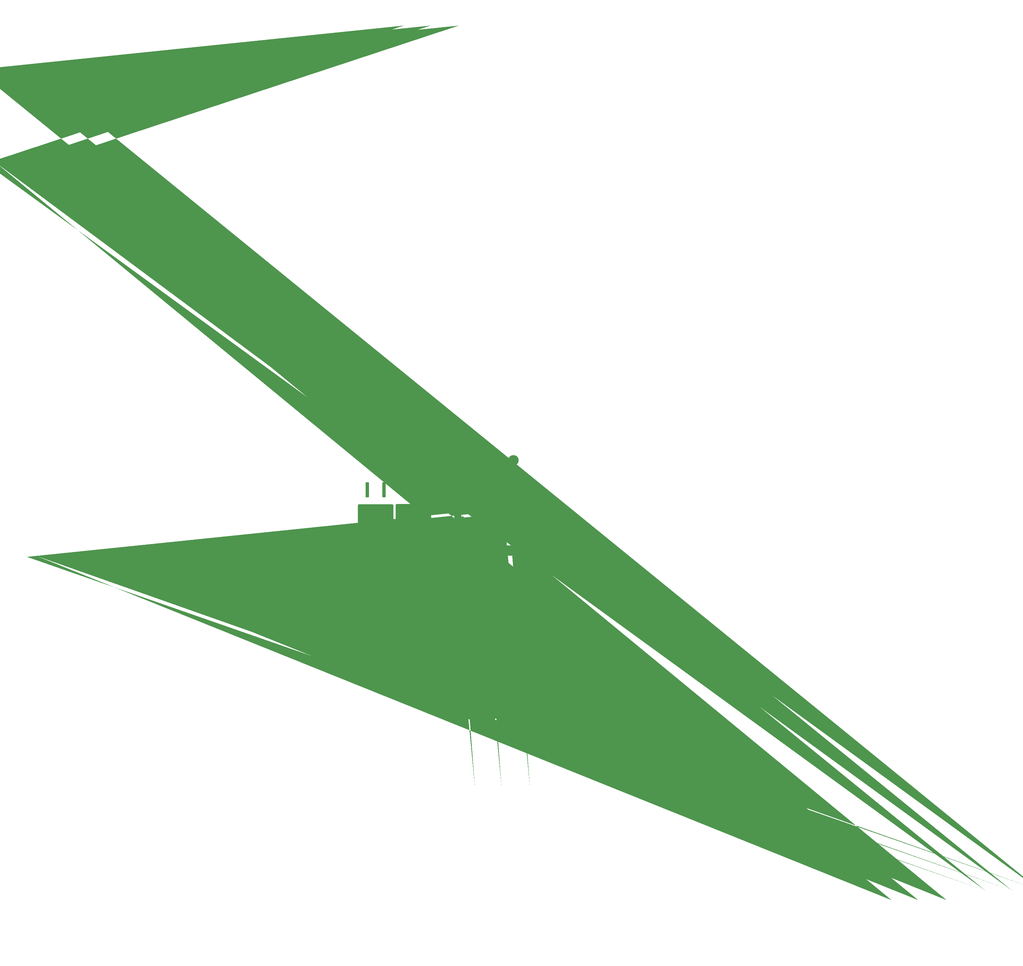
<source format=gbr>
%TF.GenerationSoftware,KiCad,Pcbnew,8.0.0*%
%TF.CreationDate,2024-03-24T11:48:13-04:00*%
%TF.ProjectId,coil-driver,636f696c-2d64-4726-9976-65722e6b6963,rev?*%
%TF.SameCoordinates,Original*%
%TF.FileFunction,Soldermask,Bot*%
%TF.FilePolarity,Negative*%
%FSLAX46Y46*%
G04 Gerber Fmt 4.6, Leading zero omitted, Abs format (unit mm)*
G04 Created by KiCad (PCBNEW 8.0.0) date 2024-03-24 11:48:13*
%MOMM*%
%LPD*%
G01*
G04 APERTURE LIST*
G04 Aperture macros list*
%AMRoundRect*
0 Rectangle with rounded corners*
0 $1 Rounding radius*
0 $2 $3 $4 $5 $6 $7 $8 $9 X,Y pos of 4 corners*
0 Add a 4 corners polygon primitive as box body*
4,1,4,$2,$3,$4,$5,$6,$7,$8,$9,$2,$3,0*
0 Add four circle primitives for the rounded corners*
1,1,$1+$1,$2,$3*
1,1,$1+$1,$4,$5*
1,1,$1+$1,$6,$7*
1,1,$1+$1,$8,$9*
0 Add four rect primitives between the rounded corners*
20,1,$1+$1,$2,$3,$4,$5,0*
20,1,$1+$1,$4,$5,$6,$7,0*
20,1,$1+$1,$6,$7,$8,$9,0*
20,1,$1+$1,$8,$9,$2,$3,0*%
%AMFreePoly0*
4,1,77,2.150354,1.215354,2.150500,1.215000,2.150500,1.035500,2.805000,1.035500,2.805354,1.035354,2.805500,1.035000,2.805500,0.435000,2.805354,0.434646,2.805000,0.434500,2.150500,0.434500,2.150500,-1.389500,2.805000,-1.389500,2.805354,-1.389646,2.805500,-1.390000,2.805500,-1.990000,2.805354,-1.990354,2.805000,-1.990500,2.150500,-1.990500,2.150500,-2.284500,2.210000,-2.284500,
2.210354,-2.284646,2.210500,-2.285000,2.210500,-3.305000,2.210354,-3.305354,2.210000,-3.305500,1.600000,-3.305500,1.599646,-3.305354,1.599500,-3.305000,1.599500,-2.885500,0.940500,-2.885500,0.940500,-3.305000,0.940354,-3.305354,0.940000,-3.305500,0.330000,-3.305500,0.329646,-3.305354,0.329500,-3.305000,0.329500,-2.885500,-0.329500,-2.885500,-0.329500,-3.305000,-0.329646,-3.305354,
-0.330000,-3.305500,-0.940000,-3.305500,-0.940354,-3.305354,-0.940500,-3.305000,-0.940500,-2.885500,-1.599500,-2.885500,-1.599500,-3.305000,-1.599646,-3.305354,-1.600000,-3.305500,-2.210000,-3.305500,-2.210354,-3.305354,-2.210500,-3.305000,-2.210500,-2.285000,-2.210354,-2.284646,-2.210000,-2.284500,-2.150500,-2.284500,-2.150500,-1.990500,-2.805000,-1.990500,-2.805354,-1.990354,-2.805500,-1.990000,
-2.805500,-1.390000,-2.805354,-1.389646,-2.805000,-1.389500,-2.150500,-1.389500,-2.150500,0.434500,-2.805000,0.434500,-2.805354,0.434646,-2.805500,0.435000,-2.805500,1.035000,-2.805354,1.035354,-2.805000,1.035500,-2.150500,1.035500,-2.150500,1.215000,-2.150354,1.215354,-2.150000,1.215500,2.150000,1.215500,2.150354,1.215354,2.150354,1.215354,$1*%
G04 Aperture macros list end*
%ADD10C,0.150000*%
%ADD11C,3.200000*%
%ADD12RoundRect,0.250000X0.600000X0.725000X-0.600000X0.725000X-0.600000X-0.725000X0.600000X-0.725000X0*%
%ADD13O,1.700000X1.950000*%
%ADD14RoundRect,0.275000X-0.275000X2.025000X-0.275000X-2.025000X0.275000X-2.025000X0.275000X2.025000X0*%
%ADD15RoundRect,0.250000X-5.150000X4.450000X-5.150000X-4.450000X5.150000X-4.450000X5.150000X4.450000X0*%
%ADD16RoundRect,0.250000X0.450000X-0.350000X0.450000X0.350000X-0.450000X0.350000X-0.450000X-0.350000X0*%
%ADD17RoundRect,1.000000X-1.000000X2.000000X-1.000000X-2.000000X1.000000X-2.000000X1.000000X2.000000X0*%
%ADD18RoundRect,0.147500X-0.172500X0.147500X-0.172500X-0.147500X0.172500X-0.147500X0.172500X0.147500X0*%
%ADD19RoundRect,0.135000X0.185000X-0.135000X0.185000X0.135000X-0.185000X0.135000X-0.185000X-0.135000X0*%
%ADD20R,0.610000X1.270000*%
%ADD21FreePoly0,0.000000*%
%ADD22RoundRect,1.000000X2.000000X1.000000X-2.000000X1.000000X-2.000000X-1.000000X2.000000X-1.000000X0*%
G04 APERTURE END LIST*
D10*
X120500000Y-128000000D02*
X149200000Y-128000000D01*
X149200000Y-130900000D01*
X120500000Y-130900000D01*
X120500000Y-128000000D01*
G36*
X120500000Y-128000000D02*
G01*
X149200000Y-128000000D01*
X149200000Y-130900000D01*
X120500000Y-130900000D01*
X120500000Y-128000000D01*
G37*
X94100000Y-124700000D02*
X120500000Y-124700000D01*
X120500000Y-130900000D01*
X94100000Y-130900000D01*
X94100000Y-124700000D01*
G36*
X94100000Y-124700000D02*
G01*
X120500000Y-124700000D01*
X120500000Y-130900000D01*
X94100000Y-130900000D01*
X94100000Y-124700000D01*
G37*
D11*
%TO.C,H1*%
X100000000Y-102000000D03*
%TD*%
D12*
%TO.C,J3*%
X109093828Y-138938060D03*
D13*
X106593828Y-138938060D03*
X104093828Y-138938060D03*
X101593828Y-138938060D03*
X99093828Y-138938060D03*
%TD*%
D11*
%TO.C,H2*%
X144000000Y-102000000D03*
%TD*%
D14*
%TO.C,D4*%
X110935000Y-110875000D03*
D15*
X113475000Y-120025000D03*
D14*
X116015000Y-110875000D03*
%TD*%
D16*
%TO.C,R8*%
X146700000Y-117300000D03*
X146700000Y-115300000D03*
%TD*%
D17*
%TO.C,J6*%
X128500000Y-102500000D03*
%TD*%
D18*
%TO.C,D5*%
X106600000Y-133915000D03*
X106600000Y-134885000D03*
%TD*%
D19*
%TO.C,R11*%
X106600000Y-136910000D03*
X106600000Y-135890000D03*
%TD*%
D20*
%TO.C,Q3*%
X123950000Y-115300000D03*
X125220000Y-115300000D03*
X126490000Y-115300000D03*
X127760000Y-115300000D03*
D21*
X125855000Y-117970000D03*
%TD*%
D18*
%TO.C,D6*%
X104117500Y-133832500D03*
X104117500Y-134802500D03*
%TD*%
D14*
%TO.C,D3*%
X99485000Y-110975000D03*
D15*
X102025000Y-120125000D03*
D14*
X104565000Y-110975000D03*
%TD*%
D16*
%TO.C,R10*%
X129950000Y-117300000D03*
X129950000Y-115300000D03*
%TD*%
D22*
%TO.C,J1*%
X100400000Y-127700000D03*
%TD*%
D16*
%TO.C,R9*%
X138400000Y-117200000D03*
X138400000Y-115200000D03*
%TD*%
D17*
%TO.C,J7*%
X114900000Y-103000000D03*
%TD*%
D19*
%TO.C,R12*%
X104100000Y-136810000D03*
X104100000Y-135790000D03*
%TD*%
D20*
%TO.C,Q1*%
X132140000Y-115300000D03*
X133410000Y-115300000D03*
X134680000Y-115300000D03*
X135950000Y-115300000D03*
D21*
X134045000Y-117970000D03*
%TD*%
D20*
%TO.C,Q2*%
X140695000Y-115330000D03*
X141965000Y-115330000D03*
X143235000Y-115330000D03*
X144505000Y-115330000D03*
D21*
X142600000Y-118000000D03*
%TD*%
M02*

</source>
